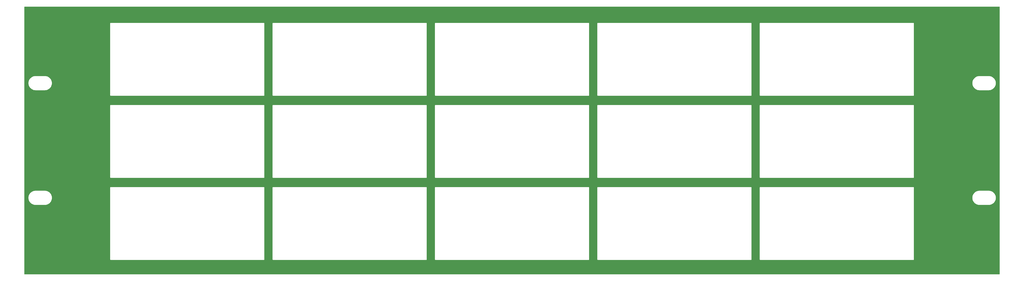
<source format=gtl>
G04 Layer: TopLayer*
G04 EasyEDA v6.5.34, 2023-08-21 18:11:39*
G04 b0c215f11f5c46fba8be08c724f20454,5a6b42c53f6a479593ecc07194224c93,10*
G04 Gerber Generator version 0.2*
G04 Scale: 100 percent, Rotated: No, Reflected: No *
G04 Dimensions in millimeters *
G04 leading zeros omitted , absolute positions ,4 integer and 5 decimal *
%FSLAX45Y45*%
%MOMM*%

%ADD10C,3.0000*%

%LPD*%
G36*
X36068Y22860D02*
G01*
X32156Y23622D01*
X28905Y25806D01*
X26670Y29108D01*
X25908Y33020D01*
X25908Y13260832D01*
X26670Y13264743D01*
X28905Y13267994D01*
X32156Y13270230D01*
X36068Y13270992D01*
X48223932Y13270992D01*
X48227843Y13270230D01*
X48231094Y13267994D01*
X48233330Y13264743D01*
X48234092Y13260832D01*
X48234092Y36068D01*
X48233330Y32156D01*
X48231094Y28905D01*
X48227843Y26670D01*
X48223932Y25908D01*
G37*

%LPC*%
G36*
X36398708Y4800092D02*
G01*
X43966739Y4800092D01*
X43973038Y4800803D01*
X43978525Y4802682D01*
X43983402Y4805781D01*
X43987516Y4809896D01*
X43990615Y4814773D01*
X43992495Y4820259D01*
X43993206Y4826558D01*
X43993206Y8381390D01*
X43992495Y8387740D01*
X43990615Y8393176D01*
X43987516Y8398103D01*
X43983402Y8402167D01*
X43978525Y8405266D01*
X43973038Y8407196D01*
X43966739Y8407908D01*
X36398708Y8407908D01*
X36392358Y8407196D01*
X36386922Y8405266D01*
X36381994Y8402167D01*
X36377930Y8398103D01*
X36374832Y8393176D01*
X36372952Y8387740D01*
X36372241Y8381390D01*
X36372241Y4826558D01*
X36372952Y4820259D01*
X36374832Y4814773D01*
X36377930Y4809896D01*
X36381994Y4805781D01*
X36386922Y4802682D01*
X36392358Y4800803D01*
G37*
G36*
X28372308Y736092D02*
G01*
X35940339Y736092D01*
X35946689Y736803D01*
X35952125Y738733D01*
X35957052Y741781D01*
X35961116Y745896D01*
X35964215Y750773D01*
X35966146Y756259D01*
X35966857Y762558D01*
X35966857Y4317441D01*
X35966146Y4323740D01*
X35964215Y4329226D01*
X35961116Y4334103D01*
X35957052Y4338218D01*
X35952125Y4341266D01*
X35946689Y4343196D01*
X35940339Y4343908D01*
X28372308Y4343908D01*
X28366008Y4343196D01*
X28360522Y4341266D01*
X28355645Y4338218D01*
X28351530Y4334103D01*
X28348482Y4329226D01*
X28346552Y4323740D01*
X28345841Y4317441D01*
X28345841Y762558D01*
X28346552Y756259D01*
X28348482Y750773D01*
X28351530Y745896D01*
X28355645Y741781D01*
X28360522Y738733D01*
X28366008Y736803D01*
G37*
G36*
X20345908Y736092D02*
G01*
X27913990Y736092D01*
X27920289Y736803D01*
X27925776Y738733D01*
X27930652Y741781D01*
X27934767Y745896D01*
X27937815Y750773D01*
X27939746Y756259D01*
X27940457Y762558D01*
X27940457Y4317441D01*
X27939746Y4323740D01*
X27937815Y4329226D01*
X27934767Y4334103D01*
X27930652Y4338218D01*
X27925776Y4341266D01*
X27920289Y4343196D01*
X27913990Y4343908D01*
X20345908Y4343908D01*
X20339608Y4343196D01*
X20334173Y4341266D01*
X20329245Y4338218D01*
X20325181Y4334103D01*
X20322082Y4329226D01*
X20320152Y4323740D01*
X20319441Y4317441D01*
X20319441Y762558D01*
X20320152Y756259D01*
X20322082Y750773D01*
X20325181Y745896D01*
X20329245Y741781D01*
X20334173Y738733D01*
X20339608Y736803D01*
G37*
G36*
X36398708Y736092D02*
G01*
X43966739Y736092D01*
X43973038Y736803D01*
X43978525Y738733D01*
X43983402Y741781D01*
X43987516Y745896D01*
X43990615Y750773D01*
X43992495Y756259D01*
X43993206Y762558D01*
X43993206Y4317441D01*
X43992495Y4323740D01*
X43990615Y4329226D01*
X43987516Y4334103D01*
X43983402Y4338218D01*
X43978525Y4341266D01*
X43973038Y4343196D01*
X43966739Y4343908D01*
X36398708Y4343908D01*
X36392358Y4343196D01*
X36386922Y4341266D01*
X36381994Y4338218D01*
X36377930Y4334103D01*
X36374832Y4329226D01*
X36372952Y4323740D01*
X36372241Y4317441D01*
X36372241Y762558D01*
X36372952Y756259D01*
X36374832Y750773D01*
X36377930Y745896D01*
X36381994Y741781D01*
X36386922Y738733D01*
X36392358Y736803D01*
G37*
G36*
X12319558Y736092D02*
G01*
X19887590Y736092D01*
X19893889Y736803D01*
X19899376Y738733D01*
X19904252Y741781D01*
X19908367Y745896D01*
X19911466Y750773D01*
X19913346Y756259D01*
X19914057Y762558D01*
X19914057Y4317441D01*
X19913346Y4323740D01*
X19911466Y4329226D01*
X19908367Y4334103D01*
X19904252Y4338218D01*
X19899376Y4341266D01*
X19893889Y4343196D01*
X19887590Y4343908D01*
X12319558Y4343908D01*
X12313208Y4343196D01*
X12307773Y4341266D01*
X12302845Y4338218D01*
X12298781Y4334103D01*
X12295682Y4329226D01*
X12293803Y4323740D01*
X12293092Y4317441D01*
X12293092Y762558D01*
X12293803Y756259D01*
X12295682Y750773D01*
X12298781Y745896D01*
X12302845Y741781D01*
X12307773Y738733D01*
X12313208Y736803D01*
G37*
G36*
X47233687Y3458921D02*
G01*
X47238513Y3459073D01*
X47686061Y3459073D01*
X47690887Y3458921D01*
X47717151Y3459886D01*
X47743211Y3462832D01*
X47769018Y3467709D01*
X47794367Y3474516D01*
X47819157Y3483152D01*
X47843236Y3493668D01*
X47866452Y3505962D01*
X47888652Y3519932D01*
X47909784Y3535476D01*
X47929698Y3552647D01*
X47948291Y3571189D01*
X47965410Y3591102D01*
X47981006Y3612235D01*
X47994976Y3634435D01*
X48007219Y3657650D01*
X48017734Y3681729D01*
X48026421Y3706520D01*
X48033178Y3731869D01*
X48038054Y3757676D01*
X48041001Y3783787D01*
X48042017Y3810000D01*
X48041001Y3836212D01*
X48038054Y3862324D01*
X48033178Y3888130D01*
X48026421Y3913479D01*
X48017734Y3938270D01*
X48007219Y3962349D01*
X47994976Y3985564D01*
X47981006Y4007764D01*
X47965410Y4028897D01*
X47948291Y4048810D01*
X47929698Y4067352D01*
X47909784Y4084523D01*
X47888652Y4100068D01*
X47866452Y4114037D01*
X47843236Y4126331D01*
X47819157Y4136847D01*
X47794367Y4145483D01*
X47769018Y4152290D01*
X47743211Y4157167D01*
X47717151Y4160113D01*
X47690887Y4161078D01*
X47685401Y4160875D01*
X47239174Y4160875D01*
X47233687Y4161078D01*
X47207474Y4160113D01*
X47181363Y4157167D01*
X47155557Y4152290D01*
X47130208Y4145483D01*
X47105417Y4136847D01*
X47081338Y4126331D01*
X47058122Y4114037D01*
X47035923Y4100068D01*
X47014790Y4084523D01*
X46994876Y4067352D01*
X46976334Y4048810D01*
X46959215Y4028897D01*
X46943619Y4007764D01*
X46929649Y3985564D01*
X46917356Y3962349D01*
X46906891Y3938270D01*
X46898204Y3913479D01*
X46891397Y3888130D01*
X46886520Y3862324D01*
X46883574Y3836212D01*
X46882608Y3810000D01*
X46883574Y3783787D01*
X46886520Y3757676D01*
X46891397Y3731869D01*
X46898204Y3706520D01*
X46906891Y3681729D01*
X46917356Y3657650D01*
X46929649Y3634435D01*
X46943619Y3612235D01*
X46959215Y3591102D01*
X46976334Y3571189D01*
X46994876Y3552647D01*
X47014790Y3535476D01*
X47035923Y3519932D01*
X47058122Y3505962D01*
X47081338Y3493668D01*
X47105417Y3483152D01*
X47130208Y3474516D01*
X47155557Y3467709D01*
X47181363Y3462832D01*
X47207474Y3459886D01*
G37*
G36*
X579221Y9135821D02*
G01*
X583996Y9135973D01*
X1031595Y9135973D01*
X1036421Y9135821D01*
X1062634Y9136786D01*
X1088745Y9139732D01*
X1114501Y9144609D01*
X1139901Y9151416D01*
X1164691Y9160052D01*
X1188720Y9170568D01*
X1211935Y9182862D01*
X1234186Y9196832D01*
X1255318Y9212376D01*
X1275232Y9229547D01*
X1293774Y9248089D01*
X1310894Y9268002D01*
X1326489Y9289135D01*
X1340459Y9311335D01*
X1352753Y9334550D01*
X1363218Y9358630D01*
X1371904Y9383420D01*
X1378712Y9408769D01*
X1383588Y9434576D01*
X1386535Y9460687D01*
X1387500Y9486900D01*
X1386535Y9513112D01*
X1383588Y9539224D01*
X1378712Y9565030D01*
X1371904Y9590379D01*
X1363218Y9615170D01*
X1352753Y9639249D01*
X1340459Y9662464D01*
X1326489Y9684664D01*
X1310894Y9705797D01*
X1293774Y9725710D01*
X1275232Y9744252D01*
X1255318Y9761423D01*
X1234186Y9776968D01*
X1211935Y9790938D01*
X1188720Y9803231D01*
X1164691Y9813747D01*
X1139901Y9822383D01*
X1114501Y9829190D01*
X1088745Y9834067D01*
X1062634Y9837013D01*
X1036421Y9837978D01*
X1030884Y9837775D01*
X584708Y9837775D01*
X579221Y9837978D01*
X552958Y9837013D01*
X526846Y9834067D01*
X501091Y9829190D01*
X475691Y9822383D01*
X450951Y9813747D01*
X426872Y9803231D01*
X403656Y9790938D01*
X381406Y9776968D01*
X360273Y9761423D01*
X340410Y9744252D01*
X321818Y9725710D01*
X304698Y9705797D01*
X289102Y9684664D01*
X275132Y9662464D01*
X262890Y9639249D01*
X252374Y9615170D01*
X243687Y9590379D01*
X236880Y9565030D01*
X232003Y9539224D01*
X229057Y9513112D01*
X228092Y9486900D01*
X229057Y9460687D01*
X232003Y9434576D01*
X236880Y9408769D01*
X243687Y9383420D01*
X252374Y9358630D01*
X262890Y9334550D01*
X275132Y9311335D01*
X289102Y9289135D01*
X304698Y9268002D01*
X321818Y9248089D01*
X340410Y9229547D01*
X360273Y9212376D01*
X381406Y9196832D01*
X403656Y9182862D01*
X426872Y9170568D01*
X450951Y9160052D01*
X475691Y9151416D01*
X501091Y9144609D01*
X526846Y9139732D01*
X552958Y9136786D01*
G37*
G36*
X579221Y3458921D02*
G01*
X583996Y3459073D01*
X1031595Y3459073D01*
X1036421Y3458921D01*
X1062634Y3459886D01*
X1088745Y3462832D01*
X1114501Y3467709D01*
X1139901Y3474516D01*
X1164691Y3483152D01*
X1188720Y3493668D01*
X1211935Y3505962D01*
X1234186Y3519932D01*
X1255318Y3535476D01*
X1275232Y3552647D01*
X1293774Y3571189D01*
X1310894Y3591102D01*
X1326489Y3612235D01*
X1340459Y3634435D01*
X1352753Y3657650D01*
X1363218Y3681729D01*
X1371904Y3706520D01*
X1378712Y3731869D01*
X1383588Y3757676D01*
X1386535Y3783787D01*
X1387500Y3810000D01*
X1386535Y3836212D01*
X1383588Y3862324D01*
X1378712Y3888130D01*
X1371904Y3913479D01*
X1363218Y3938270D01*
X1352753Y3962349D01*
X1340459Y3985564D01*
X1326489Y4007764D01*
X1310894Y4028897D01*
X1293774Y4048810D01*
X1275232Y4067352D01*
X1255318Y4084523D01*
X1234186Y4100068D01*
X1211935Y4114037D01*
X1188720Y4126331D01*
X1164691Y4136847D01*
X1139901Y4145483D01*
X1114501Y4152290D01*
X1088745Y4157167D01*
X1062634Y4160113D01*
X1036421Y4161078D01*
X1030884Y4160875D01*
X584708Y4160875D01*
X579221Y4161078D01*
X552958Y4160113D01*
X526846Y4157167D01*
X501091Y4152290D01*
X475691Y4145483D01*
X450951Y4136847D01*
X426872Y4126331D01*
X403656Y4114037D01*
X381406Y4100068D01*
X360273Y4084523D01*
X340410Y4067352D01*
X321818Y4048810D01*
X304698Y4028897D01*
X289102Y4007764D01*
X275132Y3985564D01*
X262890Y3962349D01*
X252374Y3938270D01*
X243687Y3913479D01*
X236880Y3888130D01*
X232003Y3862324D01*
X229057Y3836212D01*
X228092Y3810000D01*
X229057Y3783787D01*
X232003Y3757676D01*
X236880Y3731869D01*
X243687Y3706520D01*
X252374Y3681729D01*
X262890Y3657650D01*
X275132Y3634435D01*
X289102Y3612235D01*
X304698Y3591102D01*
X321818Y3571189D01*
X340410Y3552647D01*
X360273Y3535476D01*
X381406Y3519932D01*
X403656Y3505962D01*
X426872Y3493668D01*
X450951Y3483152D01*
X475691Y3474516D01*
X501091Y3467709D01*
X526846Y3462832D01*
X552958Y3459886D01*
G37*
G36*
X47233687Y9135821D02*
G01*
X47238513Y9135973D01*
X47686061Y9135973D01*
X47690887Y9135821D01*
X47717151Y9136786D01*
X47743211Y9139732D01*
X47769018Y9144609D01*
X47794367Y9151416D01*
X47819157Y9160052D01*
X47843236Y9170568D01*
X47866452Y9182862D01*
X47888652Y9196832D01*
X47909784Y9212376D01*
X47929698Y9229547D01*
X47948291Y9248089D01*
X47965410Y9268002D01*
X47981006Y9289135D01*
X47994976Y9311335D01*
X48007219Y9334550D01*
X48017734Y9358630D01*
X48026421Y9383420D01*
X48033178Y9408769D01*
X48038054Y9434576D01*
X48041001Y9460687D01*
X48042017Y9486900D01*
X48041001Y9513112D01*
X48038054Y9539224D01*
X48033178Y9565030D01*
X48026421Y9590379D01*
X48017734Y9615170D01*
X48007219Y9639249D01*
X47994976Y9662464D01*
X47981006Y9684664D01*
X47965410Y9705797D01*
X47948291Y9725710D01*
X47929698Y9744252D01*
X47909784Y9761423D01*
X47888652Y9776968D01*
X47866452Y9790938D01*
X47843236Y9803231D01*
X47819157Y9813747D01*
X47794367Y9822383D01*
X47769018Y9829190D01*
X47743211Y9834067D01*
X47717151Y9837013D01*
X47690887Y9837978D01*
X47685401Y9837775D01*
X47239174Y9837775D01*
X47233687Y9837978D01*
X47207474Y9837013D01*
X47181363Y9834067D01*
X47155557Y9829190D01*
X47130208Y9822383D01*
X47105417Y9813747D01*
X47081338Y9803231D01*
X47058122Y9790938D01*
X47035923Y9776968D01*
X47014790Y9761423D01*
X46994876Y9744252D01*
X46976334Y9725710D01*
X46959215Y9705797D01*
X46943619Y9684664D01*
X46929649Y9662464D01*
X46917356Y9639249D01*
X46906891Y9615170D01*
X46898204Y9590379D01*
X46891397Y9565030D01*
X46886520Y9539224D01*
X46883574Y9513112D01*
X46882608Y9486900D01*
X46883574Y9460687D01*
X46886520Y9434576D01*
X46891397Y9408769D01*
X46898204Y9383420D01*
X46906891Y9358630D01*
X46917356Y9334550D01*
X46929649Y9311335D01*
X46943619Y9289135D01*
X46959215Y9268002D01*
X46976334Y9248089D01*
X46994876Y9229547D01*
X47014790Y9212376D01*
X47035923Y9196832D01*
X47058122Y9182862D01*
X47081338Y9170568D01*
X47105417Y9160052D01*
X47130208Y9151416D01*
X47155557Y9144609D01*
X47181363Y9139732D01*
X47207474Y9136786D01*
G37*
G36*
X20345908Y8864092D02*
G01*
X27913990Y8864092D01*
X27920289Y8864803D01*
X27925776Y8866682D01*
X27930652Y8869781D01*
X27934767Y8873896D01*
X27937815Y8878773D01*
X27939746Y8884208D01*
X27940457Y8890558D01*
X27940457Y12445390D01*
X27939746Y12451740D01*
X27937815Y12457176D01*
X27934767Y12462103D01*
X27930652Y12466167D01*
X27925776Y12469266D01*
X27920289Y12471196D01*
X27913990Y12471908D01*
X20345908Y12471908D01*
X20339608Y12471196D01*
X20334173Y12469266D01*
X20329245Y12466167D01*
X20325181Y12462103D01*
X20322082Y12457176D01*
X20320152Y12451740D01*
X20319441Y12445390D01*
X20319441Y8890558D01*
X20320152Y8884208D01*
X20322082Y8878773D01*
X20325181Y8873896D01*
X20329245Y8869781D01*
X20334173Y8866682D01*
X20339608Y8864803D01*
G37*
G36*
X36398708Y8864092D02*
G01*
X43966739Y8864092D01*
X43973038Y8864803D01*
X43978525Y8866682D01*
X43983402Y8869781D01*
X43987516Y8873896D01*
X43990615Y8878773D01*
X43992495Y8884208D01*
X43993206Y8890558D01*
X43993206Y12445390D01*
X43992495Y12451740D01*
X43990615Y12457176D01*
X43987516Y12462103D01*
X43983402Y12466167D01*
X43978525Y12469266D01*
X43973038Y12471196D01*
X43966739Y12471908D01*
X36398708Y12471908D01*
X36392358Y12471196D01*
X36386922Y12469266D01*
X36381994Y12466167D01*
X36377930Y12462103D01*
X36374832Y12457176D01*
X36372952Y12451740D01*
X36372241Y12445390D01*
X36372241Y8890558D01*
X36372952Y8884208D01*
X36374832Y8878773D01*
X36377930Y8873896D01*
X36381994Y8869781D01*
X36386922Y8866682D01*
X36392358Y8864803D01*
G37*
G36*
X28372308Y4800092D02*
G01*
X35940339Y4800092D01*
X35946689Y4800803D01*
X35952125Y4802682D01*
X35957052Y4805781D01*
X35961116Y4809896D01*
X35964215Y4814773D01*
X35966146Y4820259D01*
X35966857Y4826558D01*
X35966857Y8381390D01*
X35966146Y8387740D01*
X35964215Y8393176D01*
X35961116Y8398103D01*
X35957052Y8402167D01*
X35952125Y8405266D01*
X35946689Y8407196D01*
X35940339Y8407908D01*
X28372308Y8407908D01*
X28366008Y8407196D01*
X28360522Y8405266D01*
X28355645Y8402167D01*
X28351530Y8398103D01*
X28348482Y8393176D01*
X28346552Y8387740D01*
X28345841Y8381390D01*
X28345841Y4826558D01*
X28346552Y4820259D01*
X28348482Y4814773D01*
X28351530Y4809896D01*
X28355645Y4805781D01*
X28360522Y4802682D01*
X28366008Y4800803D01*
G37*
G36*
X12319558Y4800092D02*
G01*
X19887590Y4800092D01*
X19893889Y4800803D01*
X19899376Y4802682D01*
X19904252Y4805781D01*
X19908367Y4809896D01*
X19911466Y4814773D01*
X19913346Y4820259D01*
X19914057Y4826558D01*
X19914057Y8381390D01*
X19913346Y8387740D01*
X19911466Y8393176D01*
X19908367Y8398103D01*
X19904252Y8402167D01*
X19899376Y8405266D01*
X19893889Y8407196D01*
X19887590Y8407908D01*
X12319558Y8407908D01*
X12313208Y8407196D01*
X12307773Y8405266D01*
X12302845Y8402167D01*
X12298781Y8398103D01*
X12295682Y8393176D01*
X12293803Y8387740D01*
X12293092Y8381390D01*
X12293092Y4826558D01*
X12293803Y4820259D01*
X12295682Y4814773D01*
X12298781Y4809896D01*
X12302845Y4805781D01*
X12307773Y4802682D01*
X12313208Y4800803D01*
G37*
G36*
X4293158Y736092D02*
G01*
X11861190Y736092D01*
X11867540Y736803D01*
X11872976Y738733D01*
X11877903Y741781D01*
X11881967Y745896D01*
X11885066Y750773D01*
X11886946Y756259D01*
X11887708Y762558D01*
X11887708Y4317441D01*
X11886946Y4323740D01*
X11885066Y4329226D01*
X11881967Y4334103D01*
X11877903Y4338218D01*
X11872976Y4341266D01*
X11867540Y4343196D01*
X11861190Y4343908D01*
X4293158Y4343908D01*
X4286859Y4343196D01*
X4281373Y4341266D01*
X4276496Y4338218D01*
X4272381Y4334103D01*
X4269282Y4329226D01*
X4267403Y4323740D01*
X4266692Y4317441D01*
X4266692Y762558D01*
X4267403Y756259D01*
X4269282Y750773D01*
X4272381Y745896D01*
X4276496Y741781D01*
X4281373Y738733D01*
X4286859Y736803D01*
G37*
G36*
X20345908Y4800092D02*
G01*
X27913990Y4800092D01*
X27920289Y4800803D01*
X27925776Y4802682D01*
X27930652Y4805781D01*
X27934767Y4809896D01*
X27937815Y4814773D01*
X27939746Y4820259D01*
X27940457Y4826558D01*
X27940457Y8381390D01*
X27939746Y8387740D01*
X27937815Y8393176D01*
X27934767Y8398103D01*
X27930652Y8402167D01*
X27925776Y8405266D01*
X27920289Y8407196D01*
X27913990Y8407908D01*
X20345908Y8407908D01*
X20339608Y8407196D01*
X20334173Y8405266D01*
X20329245Y8402167D01*
X20325181Y8398103D01*
X20322082Y8393176D01*
X20320152Y8387740D01*
X20319441Y8381390D01*
X20319441Y4826558D01*
X20320152Y4820259D01*
X20322082Y4814773D01*
X20325181Y4809896D01*
X20329245Y4805781D01*
X20334173Y4802682D01*
X20339608Y4800803D01*
G37*
G36*
X4293158Y4800092D02*
G01*
X11861241Y4800092D01*
X11867540Y4800803D01*
X11873026Y4802682D01*
X11877903Y4805781D01*
X11882018Y4809896D01*
X11885066Y4814773D01*
X11886996Y4820259D01*
X11887708Y4826558D01*
X11887708Y8381390D01*
X11886996Y8387740D01*
X11885066Y8393176D01*
X11882018Y8398103D01*
X11877903Y8402167D01*
X11873026Y8405266D01*
X11867540Y8407196D01*
X11861241Y8407908D01*
X4293158Y8407908D01*
X4286859Y8407196D01*
X4281373Y8405266D01*
X4276496Y8402167D01*
X4272381Y8398103D01*
X4269333Y8393176D01*
X4267403Y8387740D01*
X4266692Y8381390D01*
X4266692Y4826558D01*
X4267403Y4820259D01*
X4269333Y4814773D01*
X4272381Y4809896D01*
X4276496Y4805781D01*
X4281373Y4802682D01*
X4286859Y4800803D01*
G37*
G36*
X28372308Y8864092D02*
G01*
X35940339Y8864092D01*
X35946689Y8864803D01*
X35952125Y8866682D01*
X35957052Y8869781D01*
X35961116Y8873845D01*
X35964215Y8878773D01*
X35966146Y8884208D01*
X35966857Y8890558D01*
X35966857Y12445390D01*
X35966146Y12451740D01*
X35964215Y12457176D01*
X35961116Y12462103D01*
X35957052Y12466167D01*
X35952125Y12469266D01*
X35946689Y12471146D01*
X35940339Y12471857D01*
X28372308Y12471857D01*
X28366008Y12471146D01*
X28360522Y12469266D01*
X28355645Y12466167D01*
X28351530Y12462103D01*
X28348482Y12457176D01*
X28346552Y12451740D01*
X28345841Y12445390D01*
X28345841Y8890558D01*
X28346552Y8884208D01*
X28348482Y8878773D01*
X28351530Y8873845D01*
X28355645Y8869781D01*
X28360522Y8866682D01*
X28366008Y8864803D01*
G37*
G36*
X4293158Y8864092D02*
G01*
X11861190Y8864092D01*
X11867540Y8864803D01*
X11872976Y8866682D01*
X11877903Y8869781D01*
X11881967Y8873845D01*
X11885066Y8878773D01*
X11886996Y8884208D01*
X11887708Y8890558D01*
X11887708Y12445390D01*
X11886996Y12451740D01*
X11885066Y12457176D01*
X11881967Y12462103D01*
X11877903Y12466167D01*
X11872976Y12469266D01*
X11867540Y12471146D01*
X11861190Y12471857D01*
X4293158Y12471857D01*
X4286859Y12471146D01*
X4281373Y12469266D01*
X4276496Y12466167D01*
X4272381Y12462103D01*
X4269282Y12457176D01*
X4267403Y12451740D01*
X4266692Y12445390D01*
X4266692Y8890558D01*
X4267403Y8884208D01*
X4269282Y8878773D01*
X4272381Y8873845D01*
X4276496Y8869781D01*
X4281373Y8866682D01*
X4286859Y8864803D01*
G37*
G36*
X12319558Y8864092D02*
G01*
X19887590Y8864092D01*
X19893889Y8864803D01*
X19899376Y8866682D01*
X19904252Y8869781D01*
X19908367Y8873845D01*
X19911466Y8878773D01*
X19913346Y8884208D01*
X19914057Y8890558D01*
X19914057Y12445390D01*
X19913346Y12451740D01*
X19911466Y12457176D01*
X19908367Y12462103D01*
X19904252Y12466167D01*
X19899376Y12469266D01*
X19893889Y12471146D01*
X19887590Y12471857D01*
X12319558Y12471857D01*
X12313208Y12471146D01*
X12307773Y12469266D01*
X12302845Y12466167D01*
X12298781Y12462103D01*
X12295682Y12457176D01*
X12293803Y12451740D01*
X12293092Y12445390D01*
X12293092Y8890558D01*
X12293803Y8884208D01*
X12295682Y8878773D01*
X12298781Y8873845D01*
X12302845Y8869781D01*
X12307773Y8866682D01*
X12313208Y8864803D01*
G37*

%LPD*%
D10*
G01*
X2794000Y279400D03*
G01*
X2794000Y13004774D03*
G01*
X45466010Y279400D03*
G01*
X45466000Y13004774D03*
G01*
X24129951Y13004774D03*
G01*
X24129951Y279400D03*
G01*
X45465908Y8191489D03*
G01*
X45465908Y5016489D03*
G01*
X2793898Y5016489D03*
G01*
X2793900Y8191489D03*
M02*

</source>
